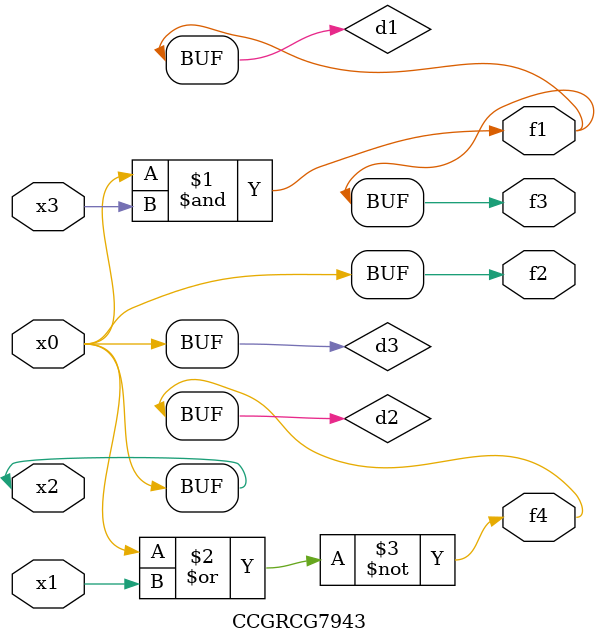
<source format=v>
module CCGRCG7943(
	input x0, x1, x2, x3,
	output f1, f2, f3, f4
);

	wire d1, d2, d3;

	and (d1, x2, x3);
	nor (d2, x0, x1);
	buf (d3, x0, x2);
	assign f1 = d1;
	assign f2 = d3;
	assign f3 = d1;
	assign f4 = d2;
endmodule

</source>
